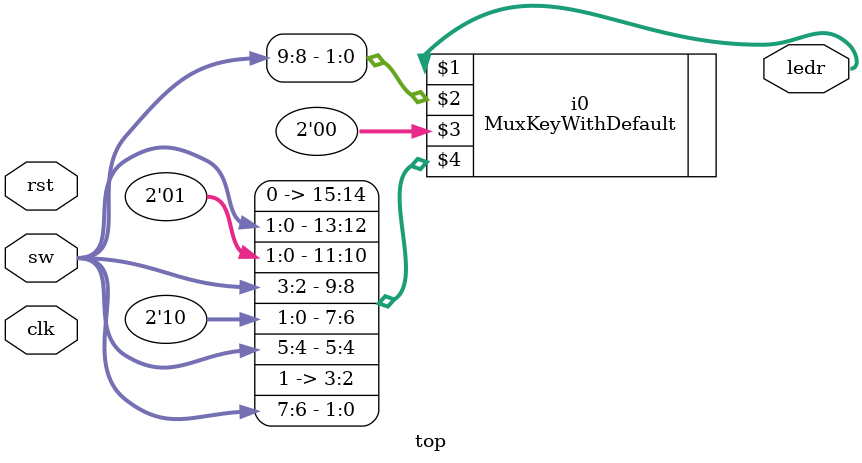
<source format=v>
module top(input clk, input rst, input [9:0] sw, output [1:0] ledr); 
 MuxKeyWithDefault #(4, 2, 2) i0 (ledr[1:0], sw[9:8], 2'b00, {
    2'b00, sw[1:0],
    2'b01, sw[3:2],
    2'b10, sw[5:4],
    2'b11, sw[7:6]
  });
endmodule

</source>
